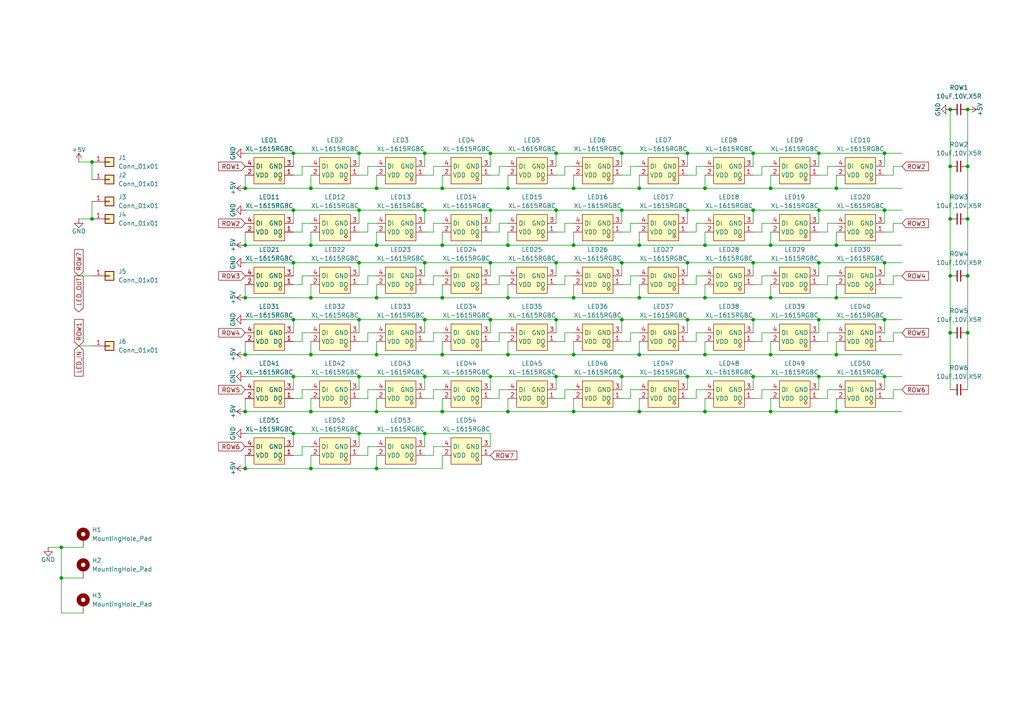
<source format=kicad_sch>
(kicad_sch (version 20231120) (generator "eeschema") (generator_version "8.0")
  (paper "A4")
  (lib_symbols
    (symbol "Connector_Generic:Conn_01x01" (pin_names (offset 1.016) hide)
      (property "Reference" "J" (at 0 2.54 0))
      (property "Value" "Conn_01x01" (at 0 -2.54 0))
      (symbol "Conn_01x01_1_1"
        (pin passive line (at -5.08 0 0) (length 3.81) (name "Pin_1") (number "1"))
      )
    )
    (symbol "Mechanical:MountingHole_Pad" (pin_numbers hide) (pin_names (offset 1.016) hide) (exclude_from_sim yes) (in_bom no)
      (property "Reference" "H" (at 0 6.35 0))
      (property "Value" "MountingHole_Pad" (at 0 4.445 0))
      (symbol "MountingHole_Pad_1_1"
        (pin input line (at 0 -2.54 90) (length 2.54) (name "1") (number "1"))
      )
    )
    (symbol "XL-1615RGBC-WS2812B:XL-1615RGBC-WS2812B"
      (property "Reference" "LED" (at -4.826 -4.826 0))
      (property "Value" "XL-1615RGBC" (at -1.778 4.572 0))
      (symbol "XL-1615RGBC-WS2812B_1_1"
        (pin output line (at -8.89 1.27 0) (length 2.54) (name "DO") (number "1"))
        (pin power_in line (at 5.08 1.27 180) (length 2.54) (name "VDD") (number "2"))
        (pin power_in line (at -8.89 -1.27 0) (length 2.54) (name "GND") (number "3"))
        (pin input line (at 5.08 -1.27 180) (length 2.54) (name "DI") (number "4"))
      )
    )
    (symbol "__sws_jlpcb:jlcpcb-1uF,25V,X5R"
      (property "Reference" "C130" (at -1.27 7.62 0))
      (property "Value" "jlcpcb-1uF,25V,X5R" (at -6.35 5.08 0))
      (symbol "jlcpcb-1uF,25V,X5R_0_0"
        (pin passive line (at 0 2.54 270) (length 2.032) (name "~") (number "1"))
        (pin passive line (at 0 -2.54 90) (length 2.032) (name "~") (number "2"))
      )
    )
    (symbol "power:+5V" (power) (pin_numbers hide) (pin_names (offset 0) hide)
      (property "Value" "+5V" (at 0 3.556 0))
      (symbol "+5V_1_1"
        (pin power_in line (at 0 0 90) (length 0) (name "~") (number "1"))
      )
    )
    (symbol "power:GND" (power) (pin_numbers hide) (pin_names (offset 0) hide)
      (property "Value" "GND" (at 0 -3.81 0))
      (symbol "GND_1_1"
        (pin power_in line (at 0 0 270) (length 0) (name "~") (number "1"))
      )
    )
  )
  (junction (at 180.34 109.22))
  (junction (at 185.42 54.61))
  (junction (at 142.24 60.96))
  (junction (at 199.39 109.22))
  (junction (at 104.14 44.45))
  (junction (at 90.17 86.36))
  (junction (at 256.54 44.45))
  (junction (at 218.44 76.2))
  (junction (at 142.24 44.45))
  (junction (at 204.47 71.12))
  (junction (at 128.27 119.38))
  (junction (at 242.57 54.61))
  (junction (at 166.37 54.61))
  (junction (at 128.27 71.12))
  (junction (at 242.57 119.38))
  (junction (at 242.57 102.87))
  (junction (at 275.59 96.52))
  (junction (at 237.49 92.71))
  (junction (at 90.17 71.12))
  (junction (at 199.39 92.71))
  (junction (at 71.12 102.87))
  (junction (at 109.22 102.87))
  (junction (at 237.49 60.96))
  (junction (at 90.17 54.61))
  (junction (at 223.52 71.12))
  (junction (at 256.54 109.22))
  (junction (at 256.54 92.71))
  (junction (at 90.17 135.89))
  (junction (at 123.19 109.22))
  (junction (at 280.67 31.75))
  (junction (at 71.12 119.38))
  (junction (at 204.47 119.38))
  (junction (at 275.59 80.01))
  (junction (at 185.42 119.38))
  (junction (at 166.37 86.36))
  (junction (at 104.14 125.73))
  (junction (at 237.49 44.45))
  (junction (at 280.67 96.52))
  (junction (at 147.32 54.61))
  (junction (at 85.09 125.73))
  (junction (at 161.29 109.22))
  (junction (at 17.78 167.64))
  (junction (at 242.57 71.12))
  (junction (at 199.39 60.96))
  (junction (at 204.47 102.87))
  (junction (at 237.49 76.2))
  (junction (at 71.12 86.36))
  (junction (at 71.12 54.61))
  (junction (at 242.57 86.36))
  (junction (at 147.32 119.38))
  (junction (at 275.59 31.75))
  (junction (at 90.17 119.38))
  (junction (at 104.14 109.22))
  (junction (at 166.37 102.87))
  (junction (at 218.44 44.45))
  (junction (at 218.44 109.22))
  (junction (at 142.24 76.2))
  (junction (at 109.22 86.36))
  (junction (at 85.09 92.71))
  (junction (at 275.59 48.26))
  (junction (at 180.34 76.2))
  (junction (at 204.47 86.36))
  (junction (at 123.19 92.71))
  (junction (at 123.19 76.2))
  (junction (at 275.59 63.5))
  (junction (at 256.54 76.2))
  (junction (at 147.32 86.36))
  (junction (at 185.42 86.36))
  (junction (at 109.22 135.89))
  (junction (at 142.24 92.71))
  (junction (at 26.67 63.5))
  (junction (at 180.34 60.96))
  (junction (at 185.42 71.12))
  (junction (at 147.32 102.87))
  (junction (at 223.52 102.87))
  (junction (at 85.09 60.96))
  (junction (at 166.37 119.38))
  (junction (at 128.27 102.87))
  (junction (at 71.12 135.89))
  (junction (at 161.29 76.2))
  (junction (at 180.34 44.45))
  (junction (at 85.09 109.22))
  (junction (at 166.37 71.12))
  (junction (at 85.09 44.45))
  (junction (at 109.22 119.38))
  (junction (at 161.29 60.96))
  (junction (at 223.52 86.36))
  (junction (at 109.22 54.61))
  (junction (at 161.29 92.71))
  (junction (at 199.39 44.45))
  (junction (at 199.39 76.2))
  (junction (at 218.44 92.71))
  (junction (at 17.78 158.75))
  (junction (at 256.54 60.96))
  (junction (at 128.27 54.61))
  (junction (at 85.09 76.2))
  (junction (at 104.14 60.96))
  (junction (at 161.29 44.45))
  (junction (at 223.52 119.38))
  (junction (at 104.14 76.2))
  (junction (at 147.32 71.12))
  (junction (at 128.27 86.36))
  (junction (at 104.14 92.71))
  (junction (at 280.67 63.5))
  (junction (at 123.19 44.45))
  (junction (at 109.22 71.12))
  (junction (at 237.49 109.22))
  (junction (at 90.17 102.87))
  (junction (at 142.24 109.22))
  (junction (at 280.67 80.01))
  (junction (at 123.19 60.96))
  (junction (at 185.42 102.87))
  (junction (at 71.12 71.12))
  (junction (at 180.34 92.71))
  (junction (at 218.44 60.96))
  (junction (at 280.67 48.26))
  (junction (at 223.52 54.61))
  (junction (at 26.67 46.99))
  (junction (at 204.47 54.61))
  (junction (at 123.19 125.73))
  (wire (pts (xy 280.67 63.5) (xy 280.67 80.01)))
  (wire (pts (xy 220.98 80.01) (xy 223.52 80.01)))
  (wire (pts (xy 147.32 67.31) (xy 147.32 71.12)))
  (wire (pts (xy 128.27 119.38) (xy 147.32 119.38)))
  (wire (pts (xy 240.03 67.31) (xy 240.03 64.77)))
  (wire (pts (xy 218.44 44.45) (xy 237.49 44.45)))
  (wire (pts (xy 106.68 82.55) (xy 106.68 80.01)))
  (wire (pts (xy 85.09 113.03) (xy 85.09 109.22)))
  (wire (pts (xy 123.19 96.52) (xy 123.19 92.71)))
  (wire (pts (xy 109.22 115.57) (xy 109.22 119.38)))
  (wire (pts (xy 237.49 67.31) (xy 240.03 67.31)))
  (wire (pts (xy 90.17 135.89) (xy 71.12 135.89)))
  (wire (pts (xy 237.49 48.26) (xy 237.49 44.45)))
  (wire (pts (xy 85.09 60.96) (xy 104.14 60.96)))
  (wire (pts (xy 161.29 115.57) (xy 163.83 115.57)))
  (wire (pts (xy 240.03 64.77) (xy 242.57 64.77)))
  (wire (pts (xy 142.24 76.2) (xy 161.29 76.2)))
  (wire (pts (xy 185.42 99.06) (xy 185.42 102.87)))
  (wire (pts (xy 237.49 64.77) (xy 237.49 60.96)))
  (wire (pts (xy 199.39 76.2) (xy 218.44 76.2)))
  (wire (pts (xy 123.19 109.22) (xy 142.24 109.22)))
  (wire (pts (xy 87.63 99.06) (xy 87.63 96.52)))
  (wire (pts (xy 166.37 82.55) (xy 166.37 86.36)))
  (wire (pts (xy 240.03 82.55) (xy 240.03 80.01)))
  (wire (pts (xy 123.19 67.31) (xy 125.73 67.31)))
  (wire (pts (xy 220.98 113.03) (xy 223.52 113.03)))
  (wire (pts (xy 109.22 82.55) (xy 109.22 86.36)))
  (wire (pts (xy 104.14 76.2) (xy 123.19 76.2)))
  (wire (pts (xy 201.93 80.01) (xy 204.47 80.01)))
  (wire (pts (xy 280.67 31.75) (xy 280.67 48.26)))
  (wire (pts (xy 204.47 86.36) (xy 185.42 86.36)))
  (wire (pts (xy 199.39 48.26) (xy 199.39 44.45)))
  (wire (pts (xy 199.39 80.01) (xy 199.39 76.2)))
  (wire (pts (xy 237.49 113.03) (xy 237.49 109.22)))
  (wire (pts (xy 199.39 67.31) (xy 201.93 67.31)))
  (wire (pts (xy 166.37 119.38) (xy 185.42 119.38)))
  (wire (pts (xy 180.34 99.06) (xy 182.88 99.06)))
  (wire (pts (xy 201.93 64.77) (xy 204.47 64.77)))
  (wire (pts (xy 259.08 64.77) (xy 261.62 64.77)))
  (wire (pts (xy 220.98 82.55) (xy 220.98 80.01)))
  (wire (pts (xy 71.12 44.45) (xy 85.09 44.45)))
  (wire (pts (xy 201.93 67.31) (xy 201.93 64.77)))
  (wire (pts (xy 259.08 48.26) (xy 261.62 48.26)))
  (wire (pts (xy 166.37 86.36) (xy 147.32 86.36)))
  (wire (pts (xy 256.54 67.31) (xy 259.08 67.31)))
  (wire (pts (xy 180.34 60.96) (xy 199.39 60.96)))
  (wire (pts (xy 142.24 60.96) (xy 161.29 60.96)))
  (wire (pts (xy 201.93 99.06) (xy 201.93 96.52)))
  (wire (pts (xy 85.09 76.2) (xy 104.14 76.2)))
  (wire (pts (xy 166.37 86.36) (xy 185.42 86.36)))
  (wire (pts (xy 218.44 50.8) (xy 220.98 50.8)))
  (wire (pts (xy 144.78 115.57) (xy 144.78 113.03)))
  (wire (pts (xy 128.27 86.36) (xy 109.22 86.36)))
  (wire (pts (xy 90.17 50.8) (xy 90.17 54.61)))
  (wire (pts (xy 166.37 99.06) (xy 166.37 102.87)))
  (wire (pts (xy 182.88 67.31) (xy 182.88 64.77)))
  (wire (pts (xy 71.12 76.2) (xy 85.09 76.2)))
  (wire (pts (xy 85.09 92.71) (xy 104.14 92.71)))
  (wire (pts (xy 256.54 76.2) (xy 261.62 76.2)))
  (wire (pts (xy 125.73 99.06) (xy 125.73 96.52)))
  (wire (pts (xy 242.57 86.36) (xy 223.52 86.36)))
  (wire (pts (xy 204.47 86.36) (xy 223.52 86.36)))
  (wire (pts (xy 163.83 115.57) (xy 163.83 113.03)))
  (wire (pts (xy 185.42 50.8) (xy 185.42 54.61)))
  (wire (pts (xy 161.29 96.52) (xy 161.29 92.71)))
  (wire (pts (xy 180.34 82.55) (xy 182.88 82.55)))
  (wire (pts (xy 87.63 115.57) (xy 87.63 113.03)))
  (wire (pts (xy 240.03 96.52) (xy 242.57 96.52)))
  (wire (pts (xy 17.78 167.64) (xy 17.78 177.8)))
  (wire (pts (xy 166.37 54.61) (xy 185.42 54.61)))
  (wire (pts (xy 144.78 96.52) (xy 147.32 96.52)))
  (wire (pts (xy 125.73 129.54) (xy 128.27 129.54)))
  (wire (pts (xy 259.08 96.52) (xy 261.62 96.52)))
  (wire (pts (xy 275.59 96.52) (xy 275.59 113.03)))
  (wire (pts (xy 85.09 67.31) (xy 87.63 67.31)))
  (wire (pts (xy 109.22 132.08) (xy 109.22 135.89)))
  (wire (pts (xy 90.17 132.08) (xy 90.17 135.89)))
  (wire (pts (xy 85.09 96.52) (xy 85.09 92.71)))
  (wire (pts (xy 123.19 76.2) (xy 142.24 76.2)))
  (wire (pts (xy 147.32 82.55) (xy 147.32 86.36)))
  (wire (pts (xy 147.32 50.8) (xy 147.32 54.61)))
  (wire (pts (xy 256.54 92.71) (xy 261.62 92.71)))
  (wire (pts (xy 85.09 44.45) (xy 104.14 44.45)))
  (wire (pts (xy 220.98 50.8) (xy 220.98 48.26)))
  (wire (pts (xy 204.47 71.12) (xy 185.42 71.12)))
  (wire (pts (xy 128.27 99.06) (xy 128.27 102.87)))
  (wire (pts (xy 85.09 132.08) (xy 87.63 132.08)))
  (wire (pts (xy 204.47 102.87) (xy 185.42 102.87)))
  (wire (pts (xy 237.49 44.45) (xy 256.54 44.45)))
  (wire (pts (xy 259.08 80.01) (xy 261.62 80.01)))
  (wire (pts (xy 218.44 99.06) (xy 220.98 99.06)))
  (wire (pts (xy 199.39 44.45) (xy 218.44 44.45)))
  (wire (pts (xy 240.03 48.26) (xy 242.57 48.26)))
  (wire (pts (xy 125.73 50.8) (xy 125.73 48.26)))
  (wire (pts (xy 237.49 80.01) (xy 237.49 76.2)))
  (wire (pts (xy 161.29 99.06) (xy 163.83 99.06)))
  (wire (pts (xy 144.78 50.8) (xy 144.78 48.26)))
  (wire (pts (xy 142.24 76.2) (xy 142.24 80.01)))
  (wire (pts (xy 204.47 99.06) (xy 204.47 102.87)))
  (wire (pts (xy 237.49 60.96) (xy 256.54 60.96)))
  (wire (pts (xy 242.57 99.06) (xy 242.57 102.87)))
  (wire (pts (xy 182.88 113.03) (xy 185.42 113.03)))
  (wire (pts (xy 220.98 48.26) (xy 223.52 48.26)))
  (wire (pts (xy 242.57 71.12) (xy 223.52 71.12)))
  (wire (pts (xy 87.63 132.08) (xy 87.63 129.54)))
  (wire (pts (xy 106.68 48.26) (xy 109.22 48.26)))
  (wire (pts (xy 128.27 115.57) (xy 128.27 119.38)))
  (wire (pts (xy 22.86 80.01) (xy 26.67 80.01)))
  (wire (pts (xy 109.22 67.31) (xy 109.22 71.12)))
  (wire (pts (xy 242.57 119.38) (xy 261.62 119.38)))
  (wire (pts (xy 90.17 67.31) (xy 90.17 71.12)))
  (wire (pts (xy 125.73 67.31) (xy 125.73 64.77)))
  (wire (pts (xy 180.34 76.2) (xy 180.34 80.01)))
  (wire (pts (xy 237.49 115.57) (xy 240.03 115.57)))
  (wire (pts (xy 218.44 60.96) (xy 218.44 64.77)))
  (wire (pts (xy 128.27 132.08) (xy 128.27 135.89)))
  (wire (pts (xy 90.17 102.87) (xy 109.22 102.87)))
  (wire (pts (xy 106.68 64.77) (xy 109.22 64.77)))
  (wire (pts (xy 163.83 67.31) (xy 163.83 64.77)))
  (wire (pts (xy 90.17 102.87) (xy 71.12 102.87)))
  (wire (pts (xy 166.37 71.12) (xy 147.32 71.12)))
  (wire (pts (xy 242.57 86.36) (xy 261.62 86.36)))
  (wire (pts (xy 201.93 48.26) (xy 204.47 48.26)))
  (wire (pts (xy 104.14 109.22) (xy 104.14 113.03)))
  (wire (pts (xy 71.12 109.22) (xy 85.09 109.22)))
  (wire (pts (xy 90.17 135.89) (xy 109.22 135.89)))
  (wire (pts (xy 87.63 64.77) (xy 90.17 64.77)))
  (wire (pts (xy 163.83 50.8) (xy 163.83 48.26)))
  (wire (pts (xy 123.19 125.73) (xy 142.24 125.73)))
  (wire (pts (xy 240.03 50.8) (xy 240.03 48.26)))
  (wire (pts (xy 161.29 48.26) (xy 161.29 44.45)))
  (wire (pts (xy 128.27 119.38) (xy 109.22 119.38)))
  (wire (pts (xy 104.14 92.71) (xy 104.14 96.52)))
  (wire (pts (xy 163.83 48.26) (xy 166.37 48.26)))
  (wire (pts (xy 13.97 158.75) (xy 17.78 158.75)))
  (wire (pts (xy 104.14 109.22) (xy 123.19 109.22)))
  (wire (pts (xy 242.57 119.38) (xy 223.52 119.38)))
  (wire (pts (xy 125.73 64.77) (xy 128.27 64.77)))
  (wire (pts (xy 144.78 99.06) (xy 144.78 96.52)))
  (wire (pts (xy 106.68 50.8) (xy 106.68 48.26)))
  (wire (pts (xy 128.27 54.61) (xy 147.32 54.61)))
  (wire (pts (xy 199.39 115.57) (xy 201.93 115.57)))
  (wire (pts (xy 199.39 109.22) (xy 218.44 109.22)))
  (wire (pts (xy 223.52 115.57) (xy 223.52 119.38)))
  (wire (pts (xy 218.44 115.57) (xy 220.98 115.57)))
  (wire (pts (xy 204.47 82.55) (xy 204.47 86.36)))
  (wire (pts (xy 218.44 82.55) (xy 220.98 82.55)))
  (wire (pts (xy 71.12 99.06) (xy 71.12 102.87)))
  (wire (pts (xy 123.19 92.71) (xy 142.24 92.71)))
  (wire (pts (xy 180.34 44.45) (xy 199.39 44.45)))
  (wire (pts (xy 218.44 67.31) (xy 220.98 67.31)))
  (wire (pts (xy 180.34 109.22) (xy 199.39 109.22)))
  (wire (pts (xy 104.14 50.8) (xy 106.68 50.8)))
  (wire (pts (xy 90.17 82.55) (xy 90.17 86.36)))
  (wire (pts (xy 144.78 80.01) (xy 147.32 80.01)))
  (wire (pts (xy 106.68 80.01) (xy 109.22 80.01)))
  (wire (pts (xy 17.78 177.8) (xy 24.13 177.8)))
  (wire (pts (xy 128.27 50.8) (xy 128.27 54.61)))
  (wire (pts (xy 256.54 44.45) (xy 256.54 48.26)))
  (wire (pts (xy 218.44 76.2) (xy 218.44 80.01)))
  (wire (pts (xy 104.14 60.96) (xy 123.19 60.96)))
  (wire (pts (xy 201.93 96.52) (xy 204.47 96.52)))
  (wire (pts (xy 22.86 100.33) (xy 26.67 100.33)))
  (wire (pts (xy 256.54 60.96) (xy 256.54 64.77)))
  (wire (pts (xy 242.57 102.87) (xy 223.52 102.87)))
  (wire (pts (xy 123.19 80.01) (xy 123.19 76.2)))
  (wire (pts (xy 218.44 109.22) (xy 237.49 109.22)))
  (wire (pts (xy 218.44 44.45) (xy 218.44 48.26)))
  (wire (pts (xy 237.49 50.8) (xy 240.03 50.8)))
  (wire (pts (xy 104.14 115.57) (xy 106.68 115.57)))
  (wire (pts (xy 237.49 109.22) (xy 256.54 109.22)))
  (wire (pts (xy 256.54 44.45) (xy 261.62 44.45)))
  (wire (pts (xy 161.29 76.2) (xy 180.34 76.2)))
  (wire (pts (xy 259.08 50.8) (xy 259.08 48.26)))
  (wire (pts (xy 87.63 96.52) (xy 90.17 96.52)))
  (wire (pts (xy 106.68 132.08) (xy 106.68 129.54)))
  (wire (pts (xy 166.37 102.87) (xy 185.42 102.87)))
  (wire (pts (xy 166.37 119.38) (xy 147.32 119.38)))
  (wire (pts (xy 87.63 113.03) (xy 90.17 113.03)))
  (wire (pts (xy 85.09 125.73) (xy 104.14 125.73)))
  (wire (pts (xy 242.57 115.57) (xy 242.57 119.38)))
  (wire (pts (xy 71.12 92.71) (xy 85.09 92.71)))
  (wire (pts (xy 104.14 125.73) (xy 123.19 125.73)))
  (wire (pts (xy 106.68 115.57) (xy 106.68 113.03)))
  (wire (pts (xy 142.24 67.31) (xy 144.78 67.31)))
  (wire (pts (xy 104.14 76.2) (xy 104.14 80.01)))
  (wire (pts (xy 161.29 50.8) (xy 163.83 50.8)))
  (wire (pts (xy 199.39 92.71) (xy 218.44 92.71)))
  (wire (pts (xy 256.54 99.06) (xy 259.08 99.06)))
  (wire (pts (xy 201.93 82.55) (xy 201.93 80.01)))
  (wire (pts (xy 201.93 113.03) (xy 204.47 113.03)))
  (wire (pts (xy 218.44 92.71) (xy 218.44 96.52)))
  (wire (pts (xy 218.44 92.71) (xy 237.49 92.71)))
  (wire (pts (xy 256.54 109.22) (xy 256.54 113.03)))
  (wire (pts (xy 256.54 76.2) (xy 256.54 80.01)))
  (wire (pts (xy 87.63 82.55) (xy 87.63 80.01)))
  (wire (pts (xy 85.09 129.54) (xy 85.09 125.73)))
  (wire (pts (xy 125.73 96.52) (xy 128.27 96.52)))
  (wire (pts (xy 180.34 109.22) (xy 180.34 113.03)))
  (wire (pts (xy 204.47 119.38) (xy 185.42 119.38)))
  (wire (pts (xy 180.34 92.71) (xy 180.34 96.52)))
  (wire (pts (xy 142.24 109.22) (xy 142.24 113.03)))
  (wire (pts (xy 123.19 50.8) (xy 125.73 50.8)))
  (wire (pts (xy 256.54 82.55) (xy 259.08 82.55)))
  (wire (pts (xy 128.27 86.36) (xy 147.32 86.36)))
  (wire (pts (xy 90.17 86.36) (xy 71.12 86.36)))
  (wire (pts (xy 125.73 113.03) (xy 128.27 113.03)))
  (wire (pts (xy 166.37 71.12) (xy 185.42 71.12)))
  (wire (pts (xy 104.14 92.71) (xy 123.19 92.71)))
  (wire (pts (xy 128.27 54.61) (xy 109.22 54.61)))
  (wire (pts (xy 85.09 82.55) (xy 87.63 82.55)))
  (wire (pts (xy 237.49 96.52) (xy 237.49 92.71)))
  (wire (pts (xy 87.63 48.26) (xy 90.17 48.26)))
  (wire (pts (xy 180.34 115.57) (xy 182.88 115.57)))
  (wire (pts (xy 144.78 113.03) (xy 147.32 113.03)))
  (wire (pts (xy 90.17 115.57) (xy 90.17 119.38)))
  (wire (pts (xy 144.78 82.55) (xy 144.78 80.01)))
  (wire (pts (xy 218.44 60.96) (xy 237.49 60.96)))
  (wire (pts (xy 218.44 76.2) (xy 237.49 76.2)))
  (wire (pts (xy 240.03 113.03) (xy 242.57 113.03)))
  (wire (pts (xy 204.47 54.61) (xy 185.42 54.61)))
  (wire (pts (xy 106.68 96.52) (xy 109.22 96.52)))
  (wire (pts (xy 123.19 99.06) (xy 125.73 99.06)))
  (wire (pts (xy 166.37 102.87) (xy 147.32 102.87)))
  (wire (pts (xy 163.83 99.06) (xy 163.83 96.52)))
  (wire (pts (xy 204.47 102.87) (xy 223.52 102.87)))
  (wire (pts (xy 109.22 99.06) (xy 109.22 102.87)))
  (wire (pts (xy 180.34 76.2) (xy 199.39 76.2)))
  (wire (pts (xy 125.73 82.55) (xy 125.73 80.01)))
  (wire (pts (xy 256.54 109.22) (xy 261.62 109.22)))
  (wire (pts (xy 199.39 113.03) (xy 199.39 109.22)))
  (wire (pts (xy 182.88 82.55) (xy 182.88 80.01)))
  (wire (pts (xy 142.24 92.71) (xy 161.29 92.71)))
  (wire (pts (xy 280.67 80.01) (xy 280.67 96.52)))
  (wire (pts (xy 242.57 67.31) (xy 242.57 71.12)))
  (wire (pts (xy 182.88 96.52) (xy 185.42 96.52)))
  (wire (pts (xy 104.14 82.55) (xy 106.68 82.55)))
  (wire (pts (xy 161.29 67.31) (xy 163.83 67.31)))
  (wire (pts (xy 182.88 115.57) (xy 182.88 113.03)))
  (wire (pts (xy 256.54 50.8) (xy 259.08 50.8)))
  (wire (pts (xy 90.17 54.61) (xy 71.12 54.61)))
  (wire (pts (xy 204.47 54.61) (xy 223.52 54.61)))
  (wire (pts (xy 71.12 132.08) (xy 71.12 135.89)))
  (wire (pts (xy 199.39 82.55) (xy 201.93 82.55)))
  (wire (pts (xy 220.98 99.06) (xy 220.98 96.52)))
  (wire (pts (xy 240.03 80.01) (xy 242.57 80.01)))
  (wire (pts (xy 142.24 60.96) (xy 142.24 64.77)))
  (wire (pts (xy 182.88 80.01) (xy 185.42 80.01)))
  (wire (pts (xy 125.73 132.08) (xy 125.73 129.54)))
  (wire (pts (xy 123.19 129.54) (xy 123.19 125.73)))
  (wire (pts (xy 259.08 82.55) (xy 259.08 80.01)))
  (wire (pts (xy 104.14 44.45) (xy 104.14 48.26)))
  (wire (pts (xy 223.52 82.55) (xy 223.52 86.36)))
  (wire (pts (xy 256.54 92.71) (xy 256.54 96.52)))
  (wire (pts (xy 142.24 92.71) (xy 142.24 96.52)))
  (wire (pts (xy 161.29 82.55) (xy 163.83 82.55)))
  (wire (pts (xy 185.42 67.31) (xy 185.42 71.12)))
  (wire (pts (xy 106.68 67.31) (xy 106.68 64.77)))
  (wire (pts (xy 125.73 115.57) (xy 125.73 113.03)))
  (wire (pts (xy 71.12 50.8) (xy 71.12 54.61)))
  (wire (pts (xy 106.68 113.03) (xy 109.22 113.03)))
  (wire (pts (xy 161.29 113.03) (xy 161.29 109.22)))
  (wire (pts (xy 128.27 102.87) (xy 147.32 102.87)))
  (wire (pts (xy 71.12 115.57) (xy 71.12 119.38)))
  (wire (pts (xy 106.68 99.06) (xy 106.68 96.52)))
  (wire (pts (xy 85.09 50.8) (xy 87.63 50.8)))
  (wire (pts (xy 85.09 109.22) (xy 104.14 109.22)))
  (wire (pts (xy 87.63 50.8) (xy 87.63 48.26)))
  (wire (pts (xy 204.47 67.31) (xy 204.47 71.12)))
  (wire (pts (xy 182.88 48.26) (xy 185.42 48.26)))
  (wire (pts (xy 204.47 119.38) (xy 223.52 119.38)))
  (wire (pts (xy 128.27 82.55) (xy 128.27 86.36)))
  (wire (pts (xy 85.09 99.06) (xy 87.63 99.06)))
  (wire (pts (xy 275.59 80.01) (xy 275.59 96.52)))
  (wire (pts (xy 90.17 99.06) (xy 90.17 102.87)))
  (wire (pts (xy 182.88 64.77) (xy 185.42 64.77)))
  (wire (pts (xy 147.32 99.06) (xy 147.32 102.87)))
  (wire (pts (xy 142.24 82.55) (xy 144.78 82.55)))
  (wire (pts (xy 71.12 67.31) (xy 71.12 71.12)))
  (wire (pts (xy 256.54 60.96) (xy 261.62 60.96)))
  (wire (pts (xy 180.34 67.31) (xy 182.88 67.31)))
  (wire (pts (xy 180.34 50.8) (xy 182.88 50.8)))
  (wire (pts (xy 180.34 60.96) (xy 180.34 64.77)))
  (wire (pts (xy 71.12 82.55) (xy 71.12 86.36)))
  (wire (pts (xy 87.63 67.31) (xy 87.63 64.77)))
  (wire (pts (xy 142.24 115.57) (xy 144.78 115.57)))
  (wire (pts (xy 128.27 102.87) (xy 109.22 102.87)))
  (wire (pts (xy 17.78 167.64) (xy 24.13 167.64)))
  (wire (pts (xy 24.13 158.75) (xy 17.78 158.75)))
  (wire (pts (xy 87.63 129.54) (xy 90.17 129.54)))
  (wire (pts (xy 220.98 115.57) (xy 220.98 113.03)))
  (wire (pts (xy 104.14 99.06) (xy 106.68 99.06)))
  (wire (pts (xy 90.17 86.36) (xy 109.22 86.36)))
  (wire (pts (xy 163.83 80.01) (xy 166.37 80.01)))
  (wire (pts (xy 242.57 50.8) (xy 242.57 54.61)))
  (wire (pts (xy 142.24 99.06) (xy 144.78 99.06)))
  (wire (pts (xy 242.57 54.61) (xy 261.62 54.61)))
  (wire (pts (xy 166.37 115.57) (xy 166.37 119.38)))
  (wire (pts (xy 71.12 125.73) (xy 85.09 125.73)))
  (wire (pts (xy 259.08 67.31) (xy 259.08 64.77)))
  (wire (pts (xy 104.14 125.73) (xy 104.14 129.54)))
  (wire (pts (xy 161.29 80.01) (xy 161.29 76.2)))
  (wire (pts (xy 163.83 82.55) (xy 163.83 80.01)))
  (wire (pts (xy 163.83 113.03) (xy 166.37 113.03)))
  (wire (pts (xy 237.49 82.55) (xy 240.03 82.55)))
  (wire (pts (xy 125.73 80.01) (xy 128.27 80.01)))
  (wire (pts (xy 259.08 99.06) (xy 259.08 96.52)))
  (wire (pts (xy 85.09 80.01) (xy 85.09 76.2)))
  (wire (pts (xy 242.57 71.12) (xy 261.62 71.12)))
  (wire (pts (xy 104.14 67.31) (xy 106.68 67.31)))
  (wire (pts (xy 182.88 99.06) (xy 182.88 96.52)))
  (wire (pts (xy 123.19 132.08) (xy 125.73 132.08)))
  (wire (pts (xy 22.86 63.5) (xy 26.67 63.5)))
  (wire (pts (xy 106.68 129.54) (xy 109.22 129.54)))
  (wire (pts (xy 275.59 48.26) (xy 275.59 63.5)))
  (wire (pts (xy 85.09 64.77) (xy 85.09 60.96)))
  (wire (pts (xy 223.52 67.31) (xy 223.52 71.12)))
  (wire (pts (xy 22.86 46.99) (xy 26.67 46.99)))
  (wire (pts (xy 161.29 44.45) (xy 180.34 44.45)))
  (wire (pts (xy 142.24 109.22) (xy 161.29 109.22)))
  (wire (pts (xy 201.93 50.8) (xy 201.93 48.26)))
  (wire (pts (xy 218.44 109.22) (xy 218.44 113.03)))
  (wire (pts (xy 161.29 92.71) (xy 180.34 92.71)))
  (wire (pts (xy 123.19 64.77) (xy 123.19 60.96)))
  (wire (pts (xy 104.14 132.08) (xy 106.68 132.08)))
  (wire (pts (xy 123.19 48.26) (xy 123.19 44.45)))
  (wire (pts (xy 275.59 63.5) (xy 275.59 80.01)))
  (wire (pts (xy 144.78 48.26) (xy 147.32 48.26)))
  (wire (pts (xy 220.98 64.77) (xy 223.52 64.77)))
  (wire (pts (xy 123.19 44.45) (xy 142.24 44.45)))
  (wire (pts (xy 199.39 99.06) (xy 201.93 99.06)))
  (wire (pts (xy 201.93 115.57) (xy 201.93 113.03)))
  (wire (pts (xy 90.17 119.38) (xy 109.22 119.38)))
  (wire (pts (xy 144.78 64.77) (xy 147.32 64.77)))
  (wire (pts (xy 166.37 50.8) (xy 166.37 54.61)))
  (wire (pts (xy 104.14 60.96) (xy 104.14 64.77)))
  (wire (pts (xy 90.17 54.61) (xy 109.22 54.61)))
  (wire (pts (xy 180.34 92.71) (xy 199.39 92.71)))
  (wire (pts (xy 220.98 67.31) (xy 220.98 64.77)))
  (wire (pts (xy 128.27 71.12) (xy 109.22 71.12)))
  (wire (pts (xy 237.49 92.71) (xy 256.54 92.71)))
  (wire (pts (xy 123.19 82.55) (xy 125.73 82.55)))
  (wire (pts (xy 161.29 64.77) (xy 161.29 60.96)))
  (wire (pts (xy 185.42 115.57) (xy 185.42 119.38)))
  (wire (pts (xy 166.37 67.31) (xy 166.37 71.12)))
  (wire (pts (xy 199.39 64.77) (xy 199.39 60.96)))
  (wire (pts (xy 240.03 99.06) (xy 240.03 96.52)))
  (wire (pts (xy 17.78 158.75) (xy 17.78 167.64)))
  (wire (pts (xy 161.29 60.96) (xy 180.34 60.96)))
  (wire (pts (xy 90.17 71.12) (xy 109.22 71.12)))
  (wire (pts (xy 142.24 125.73) (xy 142.24 129.54)))
  (wire (pts (xy 240.03 115.57) (xy 240.03 113.03)))
  (wire (pts (xy 163.83 64.77) (xy 166.37 64.77)))
  (wire (pts (xy 125.73 48.26) (xy 128.27 48.26)))
  (wire (pts (xy 123.19 113.03) (xy 123.19 109.22)))
  (wire (pts (xy 128.27 67.31) (xy 128.27 71.12)))
  (wire (pts (xy 182.88 50.8) (xy 182.88 48.26)))
  (wire (pts (xy 237.49 76.2) (xy 256.54 76.2)))
  (wire (pts (xy 85.09 48.26) (xy 85.09 44.45)))
  (wire (pts (xy 223.52 50.8) (xy 223.52 54.61)))
  (wire (pts (xy 166.37 54.61) (xy 147.32 54.61)))
  (wire (pts (xy 109.22 50.8) (xy 109.22 54.61)))
  (wire (pts (xy 220.98 96.52) (xy 223.52 96.52)))
  (wire (pts (xy 71.12 60.96) (xy 85.09 60.96)))
  (wire (pts (xy 242.57 102.87) (xy 261.62 102.87)))
  (wire (pts (xy 90.17 71.12) (xy 71.12 71.12)))
  (wire (pts (xy 180.34 44.45) (xy 180.34 48.26)))
  (wire (pts (xy 26.67 58.42) (xy 26.67 63.5)))
  (wire (pts (xy 256.54 115.57) (xy 259.08 115.57)))
  (wire (pts (xy 85.09 115.57) (xy 87.63 115.57)))
  (wire (pts (xy 237.49 99.06) (xy 240.03 99.06)))
  (wire (pts (xy 223.52 99.06) (xy 223.52 102.87)))
  (wire (pts (xy 161.29 109.22) (xy 180.34 109.22)))
  (wire (pts (xy 280.67 96.52) (xy 280.67 113.03)))
  (wire (pts (xy 199.39 96.52) (xy 199.39 92.71)))
  (wire (pts (xy 142.24 50.8) (xy 144.78 50.8)))
  (wire (pts (xy 259.08 113.03) (xy 261.62 113.03)))
  (wire (pts (xy 185.42 82.55) (xy 185.42 86.36)))
  (wire (pts (xy 275.59 31.75) (xy 275.59 48.26)))
  (wire (pts (xy 204.47 115.57) (xy 204.47 119.38)))
  (wire (pts (xy 123.19 115.57) (xy 125.73 115.57)))
  (wire (pts (xy 90.17 119.38) (xy 71.12 119.38)))
  (wire (pts (xy 204.47 71.12) (xy 223.52 71.12)))
  (wire (pts (xy 242.57 54.61) (xy 223.52 54.61)))
  (wire (pts (xy 104.14 44.45) (xy 123.19 44.45)))
  (wire (pts (xy 123.19 60.96) (xy 142.24 60.96)))
  (wire (pts (xy 87.63 80.01) (xy 90.17 80.01)))
  (wire (pts (xy 199.39 60.96) (xy 218.44 60.96)))
  (wire (pts (xy 242.57 82.55) (xy 242.57 86.36)))
  (wire (pts (xy 280.67 48.26) (xy 280.67 63.5)))
  (wire (pts (xy 163.83 96.52) (xy 166.37 96.52)))
  (wire (pts (xy 142.24 44.45) (xy 161.29 44.45)))
  (wire (pts (xy 128.27 135.89) (xy 109.22 135.89)))
  (wire (pts (xy 147.32 115.57) (xy 147.32 119.38)))
  (wire (pts (xy 142.24 44.45) (xy 142.24 48.26)))
  (wire (pts (xy 144.78 67.31) (xy 144.78 64.77)))
  (wire (pts (xy 26.67 46.99) (xy 26.67 52.07)))
  (wire (pts (xy 259.08 115.57) (xy 259.08 113.03)))
  (wire (pts (xy 204.47 50.8) (xy 204.47 54.61)))
  (wire (pts (xy 128.27 71.12) (xy 147.32 71.12)))
  (wire (pts (xy 199.39 50.8) (xy 201.93 50.8)))
  (global_label "ROW4" (shape input) (at 261.62 80.01 0) (property "Intersheetrefs" "${INTERSHEET_REFS}" (effects (hide yes))))
  (global_label "ROW7" (shape input) (at 142.24 132.08 0) (property "Intersheetrefs" "${INTERSHEET_REFS}" (effects (hide yes))))
  (global_label "LED_OUT" (shape output) (at 22.86 80.01 270) (property "Intersheetrefs" "${INTERSHEET_REFS}" (effects (hide yes))))
  (global_label "LED_IN" (shape input) (at 22.86 100.33 270) (property "Intersheetrefs" "${INTERSHEET_REFS}" (effects (hide yes))))
  (global_label "ROW6" (shape input) (at 261.62 113.03 0) (property "Intersheetrefs" "${INTERSHEET_REFS}" (effects (hide yes))))
  (global_label "ROW2" (shape input) (at 71.12 64.77 180) (property "Intersheetrefs" "${INTERSHEET_REFS}" (effects (hide yes))))
  (global_label "ROW3" (shape input) (at 261.62 64.77 0) (property "Intersheetrefs" "${INTERSHEET_REFS}" (effects (hide yes))))
  (global_label "ROW3" (shape input) (at 71.12 80.01 180) (property "Intersheetrefs" "${INTERSHEET_REFS}" (effects (hide yes))))
  (global_label "ROW4" (shape input) (at 71.12 96.52 180) (property "Intersheetrefs" "${INTERSHEET_REFS}" (effects (hide yes))))
  (global_label "ROW5" (shape input) (at 71.12 113.03 180) (property "Intersheetrefs" "${INTERSHEET_REFS}" (effects (hide yes))))
  (global_label "ROW2" (shape input) (at 261.62 48.26 0) (property "Intersheetrefs" "${INTERSHEET_REFS}" (effects (hide yes))))
  (global_label "ROW1" (shape input) (at 71.12 48.26 180) (property "Intersheetrefs" "${INTERSHEET_REFS}" (effects (hide yes))))
  (global_label "ROW7" (shape input) (at 22.86 80.01 90) (property "Intersheetrefs" "${INTERSHEET_REFS}" (effects (hide yes))))
  (global_label "ROW5" (shape input) (at 261.62 96.52 0) (property "Intersheetrefs" "${INTERSHEET_REFS}" (effects (hide yes))))
  (global_label "ROW1" (shape input) (at 22.86 100.33 90) (property "Intersheetrefs" "${INTERSHEET_REFS}" (effects (hide yes))))
  (global_label "ROW6" (shape input) (at 71.12 129.54 180) (property "Intersheetrefs" "${INTERSHEET_REFS}" (effects (hide yes))))
  (symbol (lib_id "power:+5V") (at 71.12 102.87 90) (mirror x) (unit 1)
    (property "Reference" "#PWR012" (effects (hide yes)))
    (property "Value" "+5V" (at 67.564 102.87 0))
    (property "Description" "Power symbol creates a global label with name \"+5V\"" (effects (hide yes)))
  )
  (symbol (lib_id "XL-1615RGBC-WS2812B:XL-1615RGBC-WS2812B") (at 209.55 81.28 180) (unit 1)
    (property "Reference" "LED28" (at 211.455 72.39 0))
    (property "Value" "XL-1615RGBC" (at 211.455 74.93 0))
    (property "Footprint" "XL-1615RGBC-WS2812B:LED-SMD_4P-L1.6-W1.5_XL-1615RGBC-WS2812B" (effects (hide yes)))
    (property "LCSC Part" "C5349954" (effects (hide yes)))
  )
  (symbol (lib_id "__sws_jlpcb:jlcpcb-1uF,25V,X5R") (at 278.13 80.01 90) (unit 1)
    (property "Reference" "ROW4" (at 278.13 73.66 90))
    (property "Value" "10uF,10V,X5R" (at 278.13 76.2 90))
    (property "Footprint" "Capacitor_SMD:C_0402_1005Metric" (effects (hide yes)))
    (property "Datasheet" "https://datasheet.lcsc.com/lcsc/1811091611_Samsung-Electro-Mechanics-CL05A105KA5NQNC_C52923.pdf" (effects (hide yes)))
    (property "LCSC" "C52923" (effects (hide yes)))
    (property "MFG" "Samsung Electro-Mechanics" (effects (hide yes)))
    (property "MFGPN" "CL05A105KA5NQNC" (effects (hide yes)))
  )
  (symbol (lib_id "XL-1615RGBC-WS2812B:XL-1615RGBC-WS2812B") (at 133.35 49.53 180) (unit 1)
    (property "Reference" "LED4" (at 135.255 40.64 0))
    (property "Value" "XL-1615RGBC" (at 135.255 43.18 0))
    (property "Footprint" "XL-1615RGBC-WS2812B:LED-SMD_4P-L1.6-W1.5_XL-1615RGBC-WS2812B" (effects (hide yes)))
    (property "LCSC Part" "C5349954" (effects (hide yes)))
  )
  (symbol (lib_id "XL-1615RGBC-WS2812B:XL-1615RGBC-WS2812B") (at 152.4 81.28 180) (unit 1)
    (property "Reference" "LED25" (at 154.305 72.39 0))
    (property "Value" "XL-1615RGBC" (at 154.305 74.93 0))
    (property "Footprint" "XL-1615RGBC-WS2812B:LED-SMD_4P-L1.6-W1.5_XL-1615RGBC-WS2812B" (effects (hide yes)))
    (property "LCSC Part" "C5349954" (effects (hide yes)))
  )
  (symbol (lib_id "XL-1615RGBC-WS2812B:XL-1615RGBC-WS2812B") (at 171.45 66.04 180) (unit 1)
    (property "Reference" "LED16" (at 173.355 57.15 0))
    (property "Value" "XL-1615RGBC" (at 173.355 59.69 0))
    (property "Footprint" "XL-1615RGBC-WS2812B:LED-SMD_4P-L1.6-W1.5_XL-1615RGBC-WS2812B" (effects (hide yes)))
    (property "LCSC Part" "C5349954" (effects (hide yes)))
  )
  (symbol (lib_id "power:GND") (at 22.86 63.5 0) (unit 1)
    (property "Reference" "#PWR07" (effects (hide yes)))
    (property "Value" "GND" (at 22.86 67.056 0))
    (property "Description" "Power symbol creates a global label with name \"GND\" , ground" (effects (hide yes)))
  )
  (symbol (lib_id "XL-1615RGBC-WS2812B:XL-1615RGBC-WS2812B") (at 247.65 81.28 180) (unit 1)
    (property "Reference" "LED30" (at 249.555 72.39 0))
    (property "Value" "XL-1615RGBC" (at 249.555 74.93 0))
    (property "Footprint" "XL-1615RGBC-WS2812B:LED-SMD_4P-L1.6-W1.5_XL-1615RGBC-WS2812B" (effects (hide yes)))
    (property "LCSC Part" "C5349954" (effects (hide yes)))
  )
  (symbol (lib_id "XL-1615RGBC-WS2812B:XL-1615RGBC-WS2812B") (at 152.4 49.53 180) (unit 1)
    (property "Reference" "LED5" (at 154.305 40.64 0))
    (property "Value" "XL-1615RGBC" (at 154.305 43.18 0))
    (property "Footprint" "XL-1615RGBC-WS2812B:LED-SMD_4P-L1.6-W1.5_XL-1615RGBC-WS2812B" (effects (hide yes)))
    (property "LCSC Part" "C5349954" (effects (hide yes)))
  )
  (symbol (lib_id "__sws_jlpcb:jlcpcb-1uF,25V,X5R") (at 278.13 113.03 90) (unit 1)
    (property "Reference" "ROW6" (at 278.13 106.68 90))
    (property "Value" "10uF,10V,X5R" (at 278.13 109.22 90))
    (property "Footprint" "Capacitor_SMD:C_0402_1005Metric" (effects (hide yes)))
    (property "Datasheet" "https://datasheet.lcsc.com/lcsc/1811091611_Samsung-Electro-Mechanics-CL05A105KA5NQNC_C52923.pdf" (effects (hide yes)))
    (property "LCSC" "C52923" (effects (hide yes)))
    (property "MFG" "Samsung Electro-Mechanics" (effects (hide yes)))
    (property "MFGPN" "CL05A105KA5NQNC" (effects (hide yes)))
  )
  (symbol (lib_id "XL-1615RGBC-WS2812B:XL-1615RGBC-WS2812B") (at 76.2 81.28 180) (unit 1)
    (property "Reference" "LED21" (at 78.105 72.39 0))
    (property "Value" "XL-1615RGBC" (at 78.105 74.93 0))
    (property "Footprint" "XL-1615RGBC-WS2812B:LED-SMD_4P-L1.6-W1.5_XL-1615RGBC-WS2812B" (effects (hide yes)))
    (property "LCSC Part" "C5349954" (effects (hide yes)))
  )
  (symbol (lib_id "power:GND") (at 71.12 76.2 270) (unit 1)
    (property "Reference" "#PWR09" (effects (hide yes)))
    (property "Value" "GND" (at 67.564 76.2 0))
    (property "Description" "Power symbol creates a global label with name \"GND\" , ground" (effects (hide yes)))
  )
  (symbol (lib_id "XL-1615RGBC-WS2812B:XL-1615RGBC-WS2812B") (at 95.25 66.04 180) (unit 1)
    (property "Reference" "LED12" (at 97.155 57.15 0))
    (property "Value" "XL-1615RGBC" (at 97.155 59.69 0))
    (property "Footprint" "XL-1615RGBC-WS2812B:LED-SMD_4P-L1.6-W1.5_XL-1615RGBC-WS2812B" (effects (hide yes)))
    (property "LCSC Part" "C5349954" (effects (hide yes)))
  )
  (symbol (lib_id "Connector_Generic:Conn_01x01") (at 31.75 46.99 0) (unit 1)
    (property "Reference" "J1" (at 34.29 45.7199 0) (effects (justify left)))
    (property "Value" "Conn_01x01" (at 34.29 48.2599 0) (effects (justify left)))
    (property "Footprint" "Connector_PinSocket_2.54mm:PinSocket_1x01_P2.54mm_Vertical" (effects (hide yes)))
    (property "Description" "Generic connector, single row, 01x01, script generated (kicad-library-utils/schlib/autogen/connector/)" (effects (hide yes)))
  )
  (symbol (lib_id "XL-1615RGBC-WS2812B:XL-1615RGBC-WS2812B") (at 247.65 97.79 180) (unit 1)
    (property "Reference" "LED40" (at 249.555 88.9 0))
    (property "Value" "XL-1615RGBC" (at 249.555 91.44 0))
    (property "Footprint" "XL-1615RGBC-WS2812B:LED-SMD_4P-L1.6-W1.5_XL-1615RGBC-WS2812B" (effects (hide yes)))
    (property "LCSC Part" "C5349954" (effects (hide yes)))
  )
  (symbol (lib_id "XL-1615RGBC-WS2812B:XL-1615RGBC-WS2812B") (at 190.5 81.28 180) (unit 1)
    (property "Reference" "LED27" (at 192.405 72.39 0))
    (property "Value" "XL-1615RGBC" (at 192.405 74.93 0))
    (property "Footprint" "XL-1615RGBC-WS2812B:LED-SMD_4P-L1.6-W1.5_XL-1615RGBC-WS2812B" (effects (hide yes)))
    (property "LCSC Part" "C5349954" (effects (hide yes)))
  )
  (symbol (lib_id "XL-1615RGBC-WS2812B:XL-1615RGBC-WS2812B") (at 190.5 114.3 180) (unit 1)
    (property "Reference" "LED47" (at 192.405 105.41 0))
    (property "Value" "XL-1615RGBC" (at 192.405 107.95 0))
    (property "Footprint" "XL-1615RGBC-WS2812B:LED-SMD_4P-L1.6-W1.5_XL-1615RGBC-WS2812B" (effects (hide yes)))
    (property "LCSC Part" "C5349954" (effects (hide yes)))
  )
  (symbol (lib_id "XL-1615RGBC-WS2812B:XL-1615RGBC-WS2812B") (at 228.6 97.79 180) (unit 1)
    (property "Reference" "LED39" (at 230.505 88.9 0))
    (property "Value" "XL-1615RGBC" (at 230.505 91.44 0))
    (property "Footprint" "XL-1615RGBC-WS2812B:LED-SMD_4P-L1.6-W1.5_XL-1615RGBC-WS2812B" (effects (hide yes)))
    (property "LCSC Part" "C5349954" (effects (hide yes)))
  )
  (symbol (lib_id "Connector_Generic:Conn_01x01") (at 31.75 63.5 0) (unit 1)
    (property "Reference" "J4" (at 34.29 62.2299 0) (effects (justify left)))
    (property "Value" "Conn_01x01" (at 34.29 64.7699 0) (effects (justify left)))
    (property "Footprint" "Connector_PinSocket_2.54mm:PinSocket_1x01_P2.54mm_Vertical" (effects (hide yes)))
    (property "Description" "Generic connector, single row, 01x01, script generated (kicad-library-utils/schlib/autogen/connector/)" (effects (hide yes)))
  )
  (symbol (lib_id "power:GND") (at 71.12 44.45 270) (unit 1)
    (property "Reference" "#PWR03" (effects (hide yes)))
    (property "Value" "GND" (at 67.564 44.45 0))
    (property "Description" "Power symbol creates a global label with name \"GND\" , ground" (effects (hide yes)))
  )
  (symbol (lib_id "XL-1615RGBC-WS2812B:XL-1615RGBC-WS2812B") (at 152.4 66.04 180) (unit 1)
    (property "Reference" "LED15" (at 154.305 57.15 0))
    (property "Value" "XL-1615RGBC" (at 154.305 59.69 0))
    (property "Footprint" "XL-1615RGBC-WS2812B:LED-SMD_4P-L1.6-W1.5_XL-1615RGBC-WS2812B" (effects (hide yes)))
    (property "LCSC Part" "C5349954" (effects (hide yes)))
  )
  (symbol (lib_id "XL-1615RGBC-WS2812B:XL-1615RGBC-WS2812B") (at 171.45 114.3 180) (unit 1)
    (property "Reference" "LED46" (at 173.355 105.41 0))
    (property "Value" "XL-1615RGBC" (at 173.355 107.95 0))
    (property "Footprint" "XL-1615RGBC-WS2812B:LED-SMD_4P-L1.6-W1.5_XL-1615RGBC-WS2812B" (effects (hide yes)))
    (property "LCSC Part" "C5349954" (effects (hide yes)))
  )
  (symbol (lib_id "XL-1615RGBC-WS2812B:XL-1615RGBC-WS2812B") (at 209.55 49.53 180) (unit 1)
    (property "Reference" "LED8" (at 211.455 40.64 0))
    (property "Value" "XL-1615RGBC" (at 211.455 43.18 0))
    (property "Footprint" "XL-1615RGBC-WS2812B:LED-SMD_4P-L1.6-W1.5_XL-1615RGBC-WS2812B" (effects (hide yes)))
    (property "LCSC Part" "C5349954" (effects (hide yes)))
  )
  (symbol (lib_id "XL-1615RGBC-WS2812B:XL-1615RGBC-WS2812B") (at 95.25 49.53 180) (unit 1)
    (property "Reference" "LED2" (at 97.155 40.64 0))
    (property "Value" "XL-1615RGBC" (at 97.155 43.18 0))
    (property "Footprint" "XL-1615RGBC-WS2812B:LED-SMD_4P-L1.6-W1.5_XL-1615RGBC-WS2812B" (effects (hide yes)))
    (property "LCSC Part" "C5349954" (effects (hide yes)))
  )
  (symbol (lib_id "XL-1615RGBC-WS2812B:XL-1615RGBC-WS2812B") (at 247.65 49.53 180) (unit 1)
    (property "Reference" "LED10" (at 249.555 40.64 0))
    (property "Value" "XL-1615RGBC" (at 249.555 43.18 0))
    (property "Footprint" "XL-1615RGBC-WS2812B:LED-SMD_4P-L1.6-W1.5_XL-1615RGBC-WS2812B" (effects (hide yes)))
    (property "LCSC Part" "C5349954" (effects (hide yes)))
  )
  (symbol (lib_id "power:+5V") (at 71.12 135.89 90) (mirror x) (unit 1)
    (property "Reference" "#PWR016" (effects (hide yes)))
    (property "Value" "+5V" (at 67.564 135.89 0))
    (property "Description" "Power symbol creates a global label with name \"+5V\"" (effects (hide yes)))
  )
  (symbol (lib_id "XL-1615RGBC-WS2812B:XL-1615RGBC-WS2812B") (at 114.3 114.3 180) (unit 1)
    (property "Reference" "LED43" (at 116.205 105.41 0))
    (property "Value" "XL-1615RGBC" (at 116.205 107.95 0))
    (property "Footprint" "XL-1615RGBC-WS2812B:LED-SMD_4P-L1.6-W1.5_XL-1615RGBC-WS2812B" (effects (hide yes)))
    (property "LCSC Part" "C5349954" (effects (hide yes)))
  )
  (symbol (lib_id "XL-1615RGBC-WS2812B:XL-1615RGBC-WS2812B") (at 190.5 49.53 180) (unit 1)
    (property "Reference" "LED7" (at 192.405 40.64 0))
    (property "Value" "XL-1615RGBC" (at 192.405 43.18 0))
    (property "Footprint" "XL-1615RGBC-WS2812B:LED-SMD_4P-L1.6-W1.5_XL-1615RGBC-WS2812B" (effects (hide yes)))
    (property "LCSC Part" "C5349954" (effects (hide yes)))
  )
  (symbol (lib_id "XL-1615RGBC-WS2812B:XL-1615RGBC-WS2812B") (at 209.55 66.04 180) (unit 1)
    (property "Reference" "LED18" (at 211.455 57.15 0))
    (property "Value" "XL-1615RGBC" (at 211.455 59.69 0))
    (property "Footprint" "XL-1615RGBC-WS2812B:LED-SMD_4P-L1.6-W1.5_XL-1615RGBC-WS2812B" (effects (hide yes)))
    (property "LCSC Part" "C5349954" (effects (hide yes)))
  )
  (symbol (lib_id "__sws_jlpcb:jlcpcb-1uF,25V,X5R") (at 278.13 63.5 90) (unit 1)
    (property "Reference" "ROW3" (at 278.13 57.15 90))
    (property "Value" "10uF,10V,X5R" (at 278.13 59.69 90))
    (property "Footprint" "Capacitor_SMD:C_0402_1005Metric" (effects (hide yes)))
    (property "Datasheet" "https://datasheet.lcsc.com/lcsc/1811091611_Samsung-Electro-Mechanics-CL05A105KA5NQNC_C52923.pdf" (effects (hide yes)))
    (property "LCSC" "C52923" (effects (hide yes)))
    (property "MFG" "Samsung Electro-Mechanics" (effects (hide yes)))
    (property "MFGPN" "CL05A105KA5NQNC" (effects (hide yes)))
  )
  (symbol (lib_id "XL-1615RGBC-WS2812B:XL-1615RGBC-WS2812B") (at 171.45 97.79 180) (unit 1)
    (property "Reference" "LED36" (at 173.355 88.9 0))
    (property "Value" "XL-1615RGBC" (at 173.355 91.44 0))
    (property "Footprint" "XL-1615RGBC-WS2812B:LED-SMD_4P-L1.6-W1.5_XL-1615RGBC-WS2812B" (effects (hide yes)))
    (property "LCSC Part" "C5349954" (effects (hide yes)))
  )
  (symbol (lib_id "Mechanical:MountingHole_Pad") (at 24.13 165.1 0) (unit 1) (exclude_from_sim yes) (in_bom no)
    (property "Reference" "H2" (at 26.67 162.5599 0) (effects (justify left)))
    (property "Value" "MountingHole_Pad" (at 26.67 165.0999 0) (effects (justify left)))
    (property "Footprint" "MountingHole:MountingHole_2.2mm_M2_Pad_Via" (effects (hide yes)))
    (property "Description" "Mounting Hole with connection" (effects (hide yes)))
  )
  (symbol (lib_id "XL-1615RGBC-WS2812B:XL-1615RGBC-WS2812B") (at 171.45 81.28 180) (unit 1)
    (property "Reference" "LED26" (at 173.355 72.39 0))
    (property "Value" "XL-1615RGBC" (at 173.355 74.93 0))
    (property "Footprint" "XL-1615RGBC-WS2812B:LED-SMD_4P-L1.6-W1.5_XL-1615RGBC-WS2812B" (effects (hide yes)))
    (property "LCSC Part" "C5349954" (effects (hide yes)))
  )
  (symbol (lib_id "XL-1615RGBC-WS2812B:XL-1615RGBC-WS2812B") (at 228.6 81.28 180) (unit 1)
    (property "Reference" "LED29" (at 230.505 72.39 0))
    (property "Value" "XL-1615RGBC" (at 230.505 74.93 0))
    (property "Footprint" "XL-1615RGBC-WS2812B:LED-SMD_4P-L1.6-W1.5_XL-1615RGBC-WS2812B" (effects (hide yes)))
    (property "LCSC Part" "C5349954" (effects (hide yes)))
  )
  (symbol (lib_id "XL-1615RGBC-WS2812B:XL-1615RGBC-WS2812B") (at 95.25 97.79 180) (unit 1)
    (property "Reference" "LED32" (at 97.155 88.9 0))
    (property "Value" "XL-1615RGBC" (at 97.155 91.44 0))
    (property "Footprint" "XL-1615RGBC-WS2812B:LED-SMD_4P-L1.6-W1.5_XL-1615RGBC-WS2812B" (effects (hide yes)))
    (property "LCSC Part" "C5349954" (effects (hide yes)))
  )
  (symbol (lib_id "power:+5V") (at 71.12 71.12 90) (mirror x) (unit 1)
    (property "Reference" "#PWR08" (effects (hide yes)))
    (property "Value" "+5V" (at 67.564 71.12 0))
    (property "Description" "Power symbol creates a global label with name \"+5V\"" (effects (hide yes)))
  )
  (symbol (lib_id "power:+5V") (at 71.12 54.61 90) (mirror x) (unit 1)
    (property "Reference" "#PWR05" (effects (hide yes)))
    (property "Value" "+5V" (at 67.564 54.61 0))
    (property "Description" "Power symbol creates a global label with name \"+5V\"" (effects (hide yes)))
  )
  (symbol (lib_id "power:GND") (at 13.97 158.75 0) (unit 1)
    (property "Reference" "#PWR017" (effects (hide yes)))
    (property "Value" "GND" (at 13.97 162.306 0))
    (property "Description" "Power symbol creates a global label with name \"GND\" , ground" (effects (hide yes)))
  )
  (symbol (lib_id "XL-1615RGBC-WS2812B:XL-1615RGBC-WS2812B") (at 190.5 97.79 180) (unit 1)
    (property "Reference" "LED37" (at 192.405 88.9 0))
    (property "Value" "XL-1615RGBC" (at 192.405 91.44 0))
    (property "Footprint" "XL-1615RGBC-WS2812B:LED-SMD_4P-L1.6-W1.5_XL-1615RGBC-WS2812B" (effects (hide yes)))
    (property "LCSC Part" "C5349954" (effects (hide yes)))
  )
  (symbol (lib_id "power:+5V") (at 22.86 46.99 0) (mirror y) (unit 1)
    (property "Reference" "#PWR04" (effects (hide yes)))
    (property "Value" "+5V" (at 22.86 43.434 0))
    (property "Description" "Power symbol creates a global label with name \"+5V\"" (effects (hide yes)))
  )
  (symbol (lib_id "XL-1615RGBC-WS2812B:XL-1615RGBC-WS2812B") (at 76.2 49.53 180) (unit 1)
    (property "Reference" "LED1" (at 78.105 40.64 0))
    (property "Value" "XL-1615RGBC" (at 78.105 43.18 0))
    (property "Footprint" "XL-1615RGBC-WS2812B:LED-SMD_4P-L1.6-W1.5_XL-1615RGBC-WS2812B" (effects (hide yes)))
    (property "LCSC Part" "C5349954" (effects (hide yes)))
  )
  (symbol (lib_id "XL-1615RGBC-WS2812B:XL-1615RGBC-WS2812B") (at 247.65 66.04 180) (unit 1)
    (property "Reference" "LED20" (at 249.555 57.15 0))
    (property "Value" "XL-1615RGBC" (at 249.555 59.69 0))
    (property "Footprint" "XL-1615RGBC-WS2812B:LED-SMD_4P-L1.6-W1.5_XL-1615RGBC-WS2812B" (effects (hide yes)))
    (property "LCSC Part" "C5349954" (effects (hide yes)))
  )
  (symbol (lib_id "XL-1615RGBC-WS2812B:XL-1615RGBC-WS2812B") (at 133.35 97.79 180) (unit 1)
    (property "Reference" "LED34" (at 135.255 88.9 0))
    (property "Value" "XL-1615RGBC" (at 135.255 91.44 0))
    (property "Footprint" "XL-1615RGBC-WS2812B:LED-SMD_4P-L1.6-W1.5_XL-1615RGBC-WS2812B" (effects (hide yes)))
    (property "LCSC Part" "C5349954" (effects (hide yes)))
  )
  (symbol (lib_id "power:GND") (at 71.12 109.22 270) (unit 1)
    (property "Reference" "#PWR013" (effects (hide yes)))
    (property "Value" "GND" (at 67.564 109.22 0))
    (property "Description" "Power symbol creates a global label with name \"GND\" , ground" (effects (hide yes)))
  )
  (symbol (lib_id "XL-1615RGBC-WS2812B:XL-1615RGBC-WS2812B") (at 228.6 66.04 180) (unit 1)
    (property "Reference" "LED19" (at 230.505 57.15 0))
    (property "Value" "XL-1615RGBC" (at 230.505 59.69 0))
    (property "Footprint" "XL-1615RGBC-WS2812B:LED-SMD_4P-L1.6-W1.5_XL-1615RGBC-WS2812B" (effects (hide yes)))
    (property "LCSC Part" "C5349954" (effects (hide yes)))
  )
  (symbol (lib_id "Connector_Generic:Conn_01x01") (at 31.75 100.33 0) (unit 1)
    (property "Reference" "J6" (at 34.29 99.0599 0) (effects (justify left)))
    (property "Value" "Conn_01x01" (at 34.29 101.5999 0) (effects (justify left)))
    (property "Footprint" "Connector_PinSocket_2.54mm:PinSocket_1x01_P2.54mm_Vertical" (effects (hide yes)))
    (property "Description" "Generic connector, single row, 01x01, script generated (kicad-library-utils/schlib/autogen/connector/)" (effects (hide yes)))
  )
  (symbol (lib_id "power:GND") (at 71.12 92.71 270) (unit 1)
    (property "Reference" "#PWR011" (effects (hide yes)))
    (property "Value" "GND" (at 67.564 92.71 0))
    (property "Description" "Power symbol creates a global label with name \"GND\" , ground" (effects (hide yes)))
  )
  (symbol (lib_id "XL-1615RGBC-WS2812B:XL-1615RGBC-WS2812B") (at 247.65 114.3 180) (unit 1)
    (property "Reference" "LED50" (at 249.555 105.41 0))
    (property "Value" "XL-1615RGBC" (at 249.555 107.95 0))
    (property "Footprint" "XL-1615RGBC-WS2812B:LED-SMD_4P-L1.6-W1.5_XL-1615RGBC-WS2812B" (effects (hide yes)))
    (property "LCSC Part" "C5349954" (effects (hide yes)))
  )
  (symbol (lib_id "XL-1615RGBC-WS2812B:XL-1615RGBC-WS2812B") (at 152.4 97.79 180) (unit 1)
    (property "Reference" "LED35" (at 154.305 88.9 0))
    (property "Value" "XL-1615RGBC" (at 154.305 91.44 0))
    (property "Footprint" "XL-1615RGBC-WS2812B:LED-SMD_4P-L1.6-W1.5_XL-1615RGBC-WS2812B" (effects (hide yes)))
    (property "LCSC Part" "C5349954" (effects (hide yes)))
  )
  (symbol (lib_id "Connector_Generic:Conn_01x01") (at 31.75 80.01 0) (unit 1)
    (property "Reference" "J5" (at 34.29 78.7399 0) (effects (justify left)))
    (property "Value" "Conn_01x01" (at 34.29 81.2799 0) (effects (justify left)))
    (property "Footprint" "Connector_PinSocket_2.54mm:PinSocket_1x01_P2.54mm_Vertical" (effects (hide yes)))
    (property "Description" "Generic connector, single row, 01x01, script generated (kicad-library-utils/schlib/autogen/connector/)" (effects (hide yes)))
  )
  (symbol (lib_id "Connector_Generic:Conn_01x01") (at 31.75 58.42 0) (unit 1)
    (property "Reference" "J3" (at 34.29 57.1499 0) (effects (justify left)))
    (property "Value" "Conn_01x01" (at 34.29 59.6899 0) (effects (justify left)))
    (property "Footprint" "Connector_PinSocket_2.54mm:PinSocket_1x01_P2.54mm_Vertical" (effects (hide yes)))
    (property "Description" "Generic connector, single row, 01x01, script generated (kicad-library-utils/schlib/autogen/connector/)" (effects (hide yes)))
  )
  (symbol (lib_id "power:+5V") (at 71.12 119.38 90) (mirror x) (unit 1)
    (property "Reference" "#PWR014" (effects (hide yes)))
    (property "Value" "+5V" (at 67.564 119.38 0))
    (property "Description" "Power symbol creates a global label with name \"+5V\"" (effects (hide yes)))
  )
  (symbol (lib_id "XL-1615RGBC-WS2812B:XL-1615RGBC-WS2812B") (at 228.6 114.3 180) (unit 1)
    (property "Reference" "LED49" (at 230.505 105.41 0))
    (property "Value" "XL-1615RGBC" (at 230.505 107.95 0))
    (property "Footprint" "XL-1615RGBC-WS2812B:LED-SMD_4P-L1.6-W1.5_XL-1615RGBC-WS2812B" (effects (hide yes)))
    (property "LCSC Part" "C5349954" (effects (hide yes)))
  )
  (symbol (lib_id "XL-1615RGBC-WS2812B:XL-1615RGBC-WS2812B") (at 76.2 66.04 180) (unit 1)
    (property "Reference" "LED11" (at 78.105 57.15 0))
    (property "Value" "XL-1615RGBC" (at 78.105 59.69 0))
    (property "Footprint" "XL-1615RGBC-WS2812B:LED-SMD_4P-L1.6-W1.5_XL-1615RGBC-WS2812B" (effects (hide yes)))
    (property "LCSC Part" "C5349954" (effects (hide yes)))
  )
  (symbol (lib_id "XL-1615RGBC-WS2812B:XL-1615RGBC-WS2812B") (at 114.3 66.04 180) (unit 1)
    (property "Reference" "LED13" (at 116.205 57.15 0))
    (property "Value" "XL-1615RGBC" (at 116.205 59.69 0))
    (property "Footprint" "XL-1615RGBC-WS2812B:LED-SMD_4P-L1.6-W1.5_XL-1615RGBC-WS2812B" (effects (hide yes)))
    (property "LCSC Part" "C5349954" (effects (hide yes)))
  )
  (symbol (lib_id "XL-1615RGBC-WS2812B:XL-1615RGBC-WS2812B") (at 133.35 130.81 180) (unit 1)
    (property "Reference" "LED54" (at 135.255 121.92 0))
    (property "Value" "XL-1615RGBC" (at 135.255 124.46 0))
    (property "Footprint" "XL-1615RGBC-WS2812B:LED-SMD_4P-L1.6-W1.5_XL-1615RGBC-WS2812B" (effects (hide yes)))
    (property "LCSC Part" "C5349954" (effects (hide yes)))
  )
  (symbol (lib_id "Mechanical:MountingHole_Pad") (at 24.13 156.21 0) (unit 1) (exclude_from_sim yes) (in_bom no)
    (property "Reference" "H1" (at 26.67 153.6699 0) (effects (justify left)))
    (property "Value" "MountingHole_Pad" (at 26.67 156.2099 0) (effects (justify left)))
    (property "Footprint" "MountingHole:MountingHole_2.2mm_M2_Pad_Via" (effects (hide yes)))
    (property "Description" "Mounting Hole with connection" (effects (hide yes)))
  )
  (symbol (lib_id "__sws_jlpcb:jlcpcb-1uF,25V,X5R") (at 278.13 96.52 90) (unit 1)
    (property "Reference" "ROW5" (at 278.13 90.17 90))
    (property "Value" "10uF,10V,X5R" (at 278.13 92.71 90))
    (property "Footprint" "Capacitor_SMD:C_0402_1005Metric" (effects (hide yes)))
    (property "Datasheet" "https://datasheet.lcsc.com/lcsc/1811091611_Samsung-Electro-Mechanics-CL05A105KA5NQNC_C52923.pdf" (effects (hide yes)))
    (property "LCSC" "C52923" (effects (hide yes)))
    (property "MFG" "Samsung Electro-Mechanics" (effects (hide yes)))
    (property "MFGPN" "CL05A105KA5NQNC" (effects (hide yes)))
  )
  (symbol (lib_id "XL-1615RGBC-WS2812B:XL-1615RGBC-WS2812B") (at 95.25 81.28 180) (unit 1)
    (property "Reference" "LED22" (at 97.155 72.39 0))
    (property "Value" "XL-1615RGBC" (at 97.155 74.93 0))
    (property "Footprint" "XL-1615RGBC-WS2812B:LED-SMD_4P-L1.6-W1.5_XL-1615RGBC-WS2812B" (effects (hide yes)))
    (property "LCSC Part" "C5349954" (effects (hide yes)))
  )
  (symbol (lib_id "XL-1615RGBC-WS2812B:XL-1615RGBC-WS2812B") (at 133.35 81.28 180) (unit 1)
    (property "Reference" "LED24" (at 135.255 72.39 0))
    (property "Value" "XL-1615RGBC" (at 135.255 74.93 0))
    (property "Footprint" "XL-1615RGBC-WS2812B:LED-SMD_4P-L1.6-W1.5_XL-1615RGBC-WS2812B" (effects (hide yes)))
    (property "LCSC Part" "C5349954" (effects (hide yes)))
  )
  (symbol (lib_id "XL-1615RGBC-WS2812B:XL-1615RGBC-WS2812B") (at 95.25 130.81 180) (unit 1)
    (property "Reference" "LED52" (at 97.155 121.92 0))
    (property "Value" "XL-1615RGBC" (at 97.155 124.46 0))
    (property "Footprint" "XL-1615RGBC-WS2812B:LED-SMD_4P-L1.6-W1.5_XL-1615RGBC-WS2812B" (effects (hide yes)))
    (property "LCSC Part" "C5349954" (effects (hide yes)))
  )
  (symbol (lib_id "__sws_jlpcb:jlcpcb-1uF,25V,X5R") (at 278.13 31.75 90) (unit 1)
    (property "Reference" "ROW1" (at 278.13 25.4 90))
    (property "Value" "10uF,10V,X5R" (at 278.13 27.94 90))
    (property "Footprint" "Capacitor_SMD:C_0402_1005Metric" (effects (hide yes)))
    (property "Datasheet" "https://datasheet.lcsc.com/lcsc/1811091611_Samsung-Electro-Mechanics-CL05A105KA5NQNC_C52923.pdf" (effects (hide yes)))
    (property "LCSC" "C52923" (effects (hide yes)))
    (property "MFG" "Samsung Electro-Mechanics" (effects (hide yes)))
    (property "MFGPN" "CL05A105KA5NQNC" (effects (hide yes)))
  )
  (symbol (lib_id "Mechanical:MountingHole_Pad") (at 24.13 175.26 0) (unit 1) (exclude_from_sim yes) (in_bom no)
    (property "Reference" "H3" (at 26.67 172.7199 0) (effects (justify left)))
    (property "Value" "MountingHole_Pad" (at 26.67 175.2599 0) (effects (justify left)))
    (property "Footprint" "MountingHole:MountingHole_2.2mm_M2_Pad_Via" (effects (hide yes)))
    (property "Description" "Mounting Hole with connection" (effects (hide yes)))
  )
  (symbol (lib_id "power:+5V") (at 280.67 31.75 270) (mirror x) (unit 1)
    (property "Reference" "#PWR02" (effects (hide yes)))
    (property "Value" "+5V" (at 284.226 31.75 0))
    (property "Description" "Power symbol creates a global label with name \"+5V\"" (effects (hide yes)))
  )
  (symbol (lib_id "XL-1615RGBC-WS2812B:XL-1615RGBC-WS2812B") (at 228.6 49.53 180) (unit 1)
    (property "Reference" "LED9" (at 230.505 40.64 0))
    (property "Value" "XL-1615RGBC" (at 230.505 43.18 0))
    (property "Footprint" "XL-1615RGBC-WS2812B:LED-SMD_4P-L1.6-W1.5_XL-1615RGBC-WS2812B" (effects (hide yes)))
    (property "LCSC Part" "C5349954" (effects (hide yes)))
  )
  (symbol (lib_id "power:GND") (at 275.59 31.75 270) (unit 1)
    (property "Reference" "#PWR01" (effects (hide yes)))
    (property "Value" "GND" (at 272.034 31.75 0))
    (property "Description" "Power symbol creates a global label with name \"GND\" , ground" (effects (hide yes)))
  )
  (symbol (lib_id "XL-1615RGBC-WS2812B:XL-1615RGBC-WS2812B") (at 209.55 114.3 180) (unit 1)
    (property "Reference" "LED48" (at 211.455 105.41 0))
    (property "Value" "XL-1615RGBC" (at 211.455 107.95 0))
    (property "Footprint" "XL-1615RGBC-WS2812B:LED-SMD_4P-L1.6-W1.5_XL-1615RGBC-WS2812B" (effects (hide yes)))
    (property "LCSC Part" "C5349954" (effects (hide yes)))
  )
  (symbol (lib_id "XL-1615RGBC-WS2812B:XL-1615RGBC-WS2812B") (at 76.2 130.81 180) (unit 1)
    (property "Reference" "LED51" (at 78.105 121.92 0))
    (property "Value" "XL-1615RGBC" (at 78.105 124.46 0))
    (property "Footprint" "XL-1615RGBC-WS2812B:LED-SMD_4P-L1.6-W1.5_XL-1615RGBC-WS2812B" (effects (hide yes)))
    (property "LCSC Part" "C5349954" (effects (hide yes)))
  )
  (symbol (lib_id "XL-1615RGBC-WS2812B:XL-1615RGBC-WS2812B") (at 152.4 114.3 180) (unit 1)
    (property "Reference" "LED45" (at 154.305 105.41 0))
    (property "Value" "XL-1615RGBC" (at 154.305 107.95 0))
    (property "Footprint" "XL-1615RGBC-WS2812B:LED-SMD_4P-L1.6-W1.5_XL-1615RGBC-WS2812B" (effects (hide yes)))
    (property "LCSC Part" "C5349954" (effects (hide yes)))
  )
  (symbol (lib_id "XL-1615RGBC-WS2812B:XL-1615RGBC-WS2812B") (at 133.35 66.04 180) (unit 1)
    (property "Reference" "LED14" (at 135.255 57.15 0))
    (property "Value" "XL-1615RGBC" (at 135.255 59.69 0))
    (property "Footprint" "XL-1615RGBC-WS2812B:LED-SMD_4P-L1.6-W1.5_XL-1615RGBC-WS2812B" (effects (hide yes)))
    (property "LCSC Part" "C5349954" (effects (hide yes)))
  )
  (symbol (lib_id "XL-1615RGBC-WS2812B:XL-1615RGBC-WS2812B") (at 209.55 97.79 180) (unit 1)
    (property "Reference" "LED38" (at 211.455 88.9 0))
    (property "Value" "XL-1615RGBC" (at 211.455 91.44 0))
    (property "Footprint" "XL-1615RGBC-WS2812B:LED-SMD_4P-L1.6-W1.5_XL-1615RGBC-WS2812B" (effects (hide yes)))
    (property "LCSC Part" "C5349954" (effects (hide yes)))
  )
  (symbol (lib_id "XL-1615RGBC-WS2812B:XL-1615RGBC-WS2812B") (at 114.3 49.53 180) (unit 1)
    (property "Reference" "LED3" (at 116.205 40.64 0))
    (property "Value" "XL-1615RGBC" (at 116.205 43.18 0))
    (property "Footprint" "XL-1615RGBC-WS2812B:LED-SMD_4P-L1.6-W1.5_XL-1615RGBC-WS2812B" (effects (hide yes)))
    (property "LCSC Part" "C5349954" (effects (hide yes)))
  )
  (symbol (lib_id "XL-1615RGBC-WS2812B:XL-1615RGBC-WS2812B") (at 76.2 114.3 180) (unit 1)
    (property "Reference" "LED41" (at 78.105 105.41 0))
    (property "Value" "XL-1615RGBC" (at 78.105 107.95 0))
    (property "Footprint" "XL-1615RGBC-WS2812B:LED-SMD_4P-L1.6-W1.5_XL-1615RGBC-WS2812B" (effects (hide yes)))
    (property "LCSC Part" "C5349954" (effects (hide yes)))
  )
  (symbol (lib_id "power:GND") (at 71.12 125.73 270) (unit 1)
    (property "Reference" "#PWR015" (effects (hide yes)))
    (property "Value" "GND" (at 67.564 125.73 0))
    (property "Description" "Power symbol creates a global label with name \"GND\" , ground" (effects (hide yes)))
  )
  (symbol (lib_id "XL-1615RGBC-WS2812B:XL-1615RGBC-WS2812B") (at 114.3 97.79 180) (unit 1)
    (property "Reference" "LED33" (at 116.205 88.9 0))
    (property "Value" "XL-1615RGBC" (at 116.205 91.44 0))
    (property "Footprint" "XL-1615RGBC-WS2812B:LED-SMD_4P-L1.6-W1.5_XL-1615RGBC-WS2812B" (effects (hide yes)))
    (property "LCSC Part" "C5349954" (effects (hide yes)))
  )
  (symbol (lib_id "Connector_Generic:Conn_01x01") (at 31.75 52.07 0) (unit 1)
    (property "Reference" "J2" (at 34.29 50.7999 0) (effects (justify left)))
    (property "Value" "Conn_01x01" (at 34.29 53.3399 0) (effects (justify left)))
    (property "Footprint" "Connector_PinSocket_2.54mm:PinSocket_1x01_P2.54mm_Vertical" (effects (hide yes)))
    (property "Description" "Generic connector, single row, 01x01, script generated (kicad-library-utils/schlib/autogen/connector/)" (effects (hide yes)))
  )
  (symbol (lib_id "__sws_jlpcb:jlcpcb-1uF,25V,X5R") (at 278.13 48.26 90) (unit 1)
    (property "Reference" "ROW2" (at 278.13 41.91 90))
    (property "Value" "10uF,10V,X5R" (at 278.13 44.45 90))
    (property "Footprint" "Capacitor_SMD:C_0402_1005Metric" (effects (hide yes)))
    (property "Datasheet" "https://datasheet.lcsc.com/lcsc/1811091611_Samsung-Electro-Mechanics-CL05A105KA5NQNC_C52923.pdf" (effects (hide yes)))
    (property "LCSC" "C52923" (effects (hide yes)))
    (property "MFG" "Samsung Electro-Mechanics" (effects (hide yes)))
    (property "MFGPN" "CL05A105KA5NQNC" (effects (hide yes)))
  )
  (symbol (lib_id "XL-1615RGBC-WS2812B:XL-1615RGBC-WS2812B") (at 171.45 49.53 180) (unit 1)
    (property "Reference" "LED6" (at 173.355 40.64 0))
    (property "Value" "XL-1615RGBC" (at 173.355 43.18 0))
    (property "Footprint" "XL-1615RGBC-WS2812B:LED-SMD_4P-L1.6-W1.5_XL-1615RGBC-WS2812B" (effects (hide yes)))
    (property "LCSC Part" "C5349954" (effects (hide yes)))
  )
  (symbol (lib_id "XL-1615RGBC-WS2812B:XL-1615RGBC-WS2812B") (at 114.3 130.81 180) (unit 1)
    (property "Reference" "LED53" (at 116.205 121.92 0))
    (property "Value" "XL-1615RGBC" (at 116.205 124.46 0))
    (property "Footprint" "XL-1615RGBC-WS2812B:LED-SMD_4P-L1.6-W1.5_XL-1615RGBC-WS2812B" (effects (hide yes)))
    (property "LCSC Part" "C5349954" (effects (hide yes)))
  )
  (symbol (lib_id "XL-1615RGBC-WS2812B:XL-1615RGBC-WS2812B") (at 76.2 97.79 180) (unit 1)
    (property "Reference" "LED31" (at 78.105 88.9 0))
    (property "Value" "XL-1615RGBC" (at 78.105 91.44 0))
    (property "Footprint" "XL-1615RGBC-WS2812B:LED-SMD_4P-L1.6-W1.5_XL-1615RGBC-WS2812B" (effects (hide yes)))
    (property "LCSC Part" "C5349954" (effects (hide yes)))
  )
  (symbol (lib_id "power:+5V") (at 71.12 86.36 90) (mirror x) (unit 1)
    (property "Reference" "#PWR010" (effects (hide yes)))
    (property "Value" "+5V" (at 67.564 86.36 0))
    (property "Description" "Power symbol creates a global label with name \"+5V\"" (effects (hide yes)))
  )
  (symbol (lib_id "XL-1615RGBC-WS2812B:XL-1615RGBC-WS2812B") (at 133.35 114.3 180) (unit 1)
    (property "Reference" "LED44" (at 135.255 105.41 0))
    (property "Value" "XL-1615RGBC" (at 135.255 107.95 0))
    (property "Footprint" "XL-1615RGBC-WS2812B:LED-SMD_4P-L1.6-W1.5_XL-1615RGBC-WS2812B" (effects (hide yes)))
    (property "LCSC Part" "C5349954" (effects (hide yes)))
  )
  (symbol (lib_id "power:GND") (at 71.12 60.96 270) (unit 1)
    (property "Reference" "#PWR06" (effects (hide yes)))
    (property "Value" "GND" (at 67.564 60.96 0))
    (property "Description" "Power symbol creates a global label with name \"GND\" , ground" (effects (hide yes)))
  )
  (symbol (lib_id "XL-1615RGBC-WS2812B:XL-1615RGBC-WS2812B") (at 190.5 66.04 180) (unit 1)
    (property "Reference" "LED17" (at 192.405 57.15 0))
    (property "Value" "XL-1615RGBC" (at 192.405 59.69 0))
    (property "Footprint" "XL-1615RGBC-WS2812B:LED-SMD_4P-L1.6-W1.5_XL-1615RGBC-WS2812B" (effects (hide yes)))
    (property "LCSC Part" "C5349954" (effects (hide yes)))
  )
  (symbol (lib_id "XL-1615RGBC-WS2812B:XL-1615RGBC-WS2812B") (at 114.3 81.28 180) (unit 1)
    (property "Reference" "LED23" (at 116.205 72.39 0))
    (property "Value" "XL-1615RGBC" (at 116.205 74.93 0))
    (property "Footprint" "XL-1615RGBC-WS2812B:LED-SMD_4P-L1.6-W1.5_XL-1615RGBC-WS2812B" (effects (hide yes)))
    (property "LCSC Part" "C5349954" (effects (hide yes)))
  )
  (symbol (lib_id "XL-1615RGBC-WS2812B:XL-1615RGBC-WS2812B") (at 95.25 114.3 180) (unit 1)
    (property "Reference" "LED42" (at 97.155 105.41 0))
    (property "Value" "XL-1615RGBC" (at 97.155 107.95 0))
    (property "Footprint" "XL-1615RGBC-WS2812B:LED-SMD_4P-L1.6-W1.5_XL-1615RGBC-WS2812B" (effects (hide yes)))
    (property "LCSC Part" "C5349954" (effects (hide yes)))
  )
)
</source>
